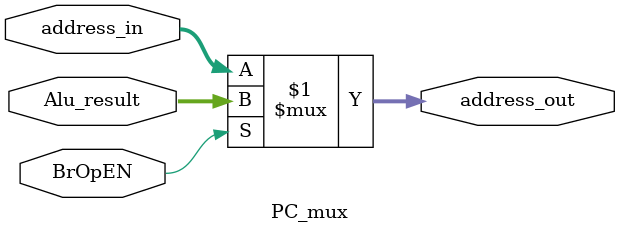
<source format=sv>
module PC_mux(
	input [31:0] Alu_result,
	input [31:0] address_in,
	input BrOpEN,
	output wire [31:0] address_out
);

assign address_out = (BrOpEN) ? Alu_result : address_in;

endmodule
</source>
